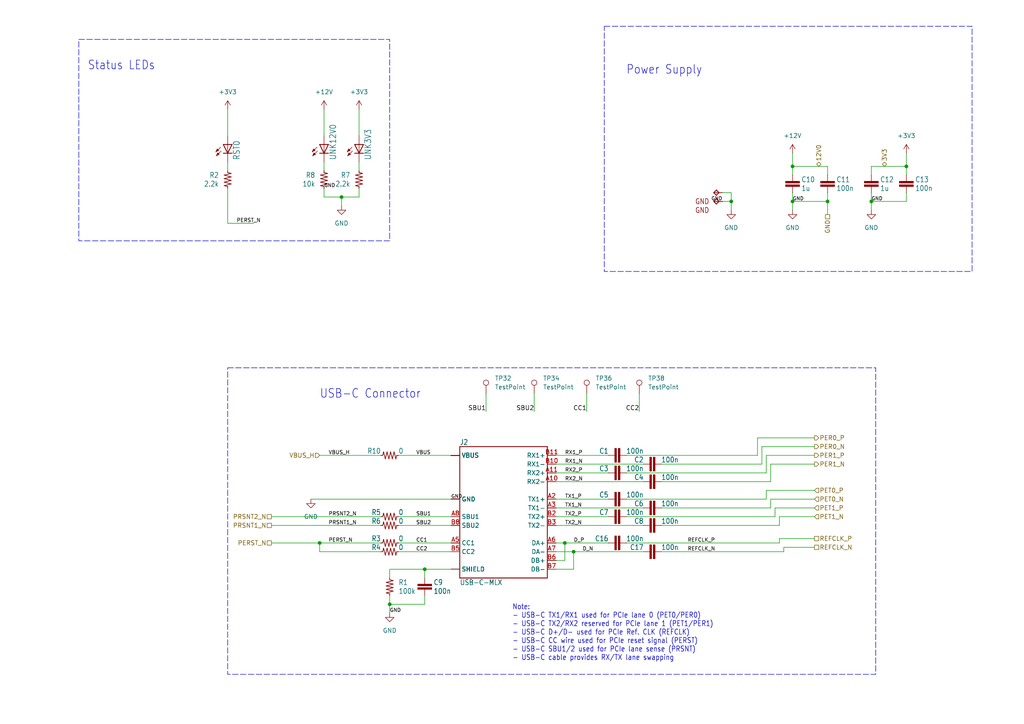
<source format=kicad_sch>
(kicad_sch (version 20230121) (generator eeschema)
  (paper "A4")
  (title_block (title "PCIE - USB-C Connector for Lane 1") (date "2023-08-18") (rev "v1"))
  (lib_symbols
    (symbol "Connector:TestPoint" (pin_numbers hide) (pin_names (offset 0.762) hide)
      (property "Reference" "TP" (at 0 6.858 0))
      (property "Value" "TestPoint" (at 0 5.08 0))
      (symbol "TestPoint_0_1"
        (circle (center 0 3.302) (radius 0.762))
      )
      (symbol "TestPoint_1_1"
        (pin passive line (at 0 0 90) (length 2.54) (name "1") (number "1"))
      )
    )
    (symbol "pcie2usbc-eagle-import:C-EUC0402"
      (property "Reference" "C" (at 2.54 1.27 0))
      (symbol "C-EUC0402_1_0"
        (rectangle (start -2.032 -0.762) (end 2.032 -0.254) (fill (type outline)))
        (rectangle (start -2.032 0.254) (end 2.032 0.762) (fill (type outline)))
        (polyline (pts (xy 0 -2.54) (xy 0 -0.762)) (stroke (width 0.1524)))
        (polyline (pts (xy 0 2.54) (xy 0 0.762)) (stroke (width 0.1524)))
        (pin passive line (at 0 2.54 270) (length 0) (name "1") (number "1"))
        (pin passive line (at 0 -2.54 90) (length 0) (name "2") (number "2"))
      )
    )
    (symbol "pcie2usbc-eagle-import:C-EUC0603K"
      (property "Reference" "C" (at 2.54 1.27 0))
      (symbol "C-EUC0603K_1_0"
        (rectangle (start -2.032 -0.762) (end 2.032 -0.254) (fill (type outline)))
        (rectangle (start -2.032 0.254) (end 2.032 0.762) (fill (type outline)))
        (polyline (pts (xy 0 -2.54) (xy 0 -0.762)) (stroke (width 0.1524)))
        (polyline (pts (xy 0 2.54) (xy 0 0.762)) (stroke (width 0.1524)))
        (pin passive line (at 0 2.54 270) (length 0) (name "1") (number "1"))
        (pin passive line (at 0 -2.54 90) (length 0) (name "2") (number "2"))
      )
    )
    (symbol "pcie2usbc-eagle-import:LEDSML0805"
      (property "Reference" "LED" (at 3.556 -4.572 90))
      (symbol "LEDSML0805_1_0"
        (polyline (pts (xy -2.032 -0.762) (xy -3.429 -2.159)) (stroke (width 0.1524)))
        (polyline (pts (xy -1.905 -1.905) (xy -3.302 -3.302)) (stroke (width 0.1524)))
        (polyline (pts (xy 0 -2.54) (xy -1.27 -2.54)) (stroke (width 0.254)))
        (polyline (pts (xy 0 -2.54) (xy -1.27 0)) (stroke (width 0.254)))
        (polyline (pts (xy 0 0) (xy -1.27 0)) (stroke (width 0.254)))
        (polyline (pts (xy 0 0) (xy 0 -2.54)) (stroke (width 0.1524)))
        (polyline (pts (xy 1.27 -2.54) (xy 0 -2.54)) (stroke (width 0.254)))
        (polyline (pts (xy 1.27 0) (xy 0 -2.54)) (stroke (width 0.254)))
        (polyline (pts (xy 1.27 0) (xy 0 0)) (stroke (width 0.254)))
        (polyline (pts (xy -3.429 -2.159) (xy -3.048 -1.27) (xy -2.54 -1.778)) (stroke (width 0.1524)) (fill (type outline)))
        (polyline (pts (xy -3.302 -3.302) (xy -2.921 -2.413) (xy -2.413 -2.921)) (stroke (width 0.1524)) (fill (type outline)))
        (pin passive line (at 0 2.54 270) (length 2.54) (name "A") (number "A"))
        (pin passive line (at 0 -5.08 90) (length 2.54) (name "C") (number "C"))
      )
    )
    (symbol "pcie2usbc-eagle-import:R-US_R0603"
      (property "Reference" "R" (at 2.54 1.27 0))
      (symbol "R-US_R0603_1_0"
        (polyline (pts (xy -1.016 -1.778) (xy 0 -2.032)) (stroke (width 0.2032)))
        (polyline (pts (xy -1.016 -0.762) (xy 1.016 -0.254)) (stroke (width 0.2032)))
        (polyline (pts (xy -1.016 0.254) (xy 1.016 0.762)) (stroke (width 0.2032)))
        (polyline (pts (xy -1.016 1.27) (xy 1.016 1.778)) (stroke (width 0.2032)))
        (polyline (pts (xy 0 -2.032) (xy 0 -2.54)) (stroke (width 0.2032)))
        (polyline (pts (xy 0 2.032) (xy 0 2.54)) (stroke (width 0.2032)))
        (polyline (pts (xy 1.016 -1.27) (xy -1.016 -1.778)) (stroke (width 0.2032)))
        (polyline (pts (xy 1.016 -1.27) (xy -1.016 -0.762)) (stroke (width 0.2032)))
        (polyline (pts (xy 1.016 -0.254) (xy -1.016 0.254)) (stroke (width 0.2032)))
        (polyline (pts (xy 1.016 0.762) (xy -1.016 1.27)) (stroke (width 0.2032)))
        (polyline (pts (xy 1.016 1.778) (xy 0 2.032)) (stroke (width 0.2032)))
        (pin passive line (at 0 -2.54 90) (length 0) (name "1") (number "1"))
        (pin passive line (at 0 2.54 270) (length 0) (name "2") (number "2"))
      )
    )
    (symbol "pcie2usbc-eagle-import:TPTP38X20"
      (property "Reference" "TP" (at -3.81 0 0))
      (symbol "TPTP38X20_1_0"
        (polyline (pts (xy -2.54 0) (xy -1.778 0.762)) (stroke (width 0.254)))
        (polyline (pts (xy -1.778 -0.762) (xy -2.54 0)) (stroke (width 0.254)))
        (polyline (pts (xy -1.778 0.762) (xy -1.016 0)) (stroke (width 0.254)))
        (polyline (pts (xy -1.016 0) (xy -1.778 -0.762)) (stroke (width 0.254)))
        (text "${TP_SIGNAL_NAME}" (at -3.81 -2.54 0) (effects (font (size 1.524 1.2954)) (justify right)))
        (pin bidirectional line (at 0 0 180) (length 2.54) (name "TP") (number "TP"))
      )
    )
    (symbol "pcie2usbc-eagle-import:USB-C-MLX"
      (property "Reference" "J" (at -12.7 19.05 0))
      (symbol "USB-C-MLX_1_0"
        (polyline (pts (xy -12.7 -20.32) (xy 12.7 -20.32)) (stroke (width 0.254)))
        (polyline (pts (xy -12.7 17.78) (xy -12.7 -20.32)) (stroke (width 0.254)))
        (polyline (pts (xy 12.7 -20.32) (xy 12.7 17.78)) (stroke (width 0.254)))
        (polyline (pts (xy 12.7 17.78) (xy -12.7 17.78)) (stroke (width 0.254)))
        (pin passive line (at -15.24 2.54 0) (length 2.54) (name "GND") (number "A1"))
        (pin passive line (at 15.24 7.62 180) (length 2.54) (name "RX2-") (number "A10"))
        (pin passive line (at 15.24 10.16 180) (length 2.54) (name "RX2+") (number "A11"))
        (pin passive line (at -15.24 2.54 0) (length 2.54) (name "GND") (number "A12"))
        (pin passive line (at 15.24 2.54 180) (length 2.54) (name "TX1+") (number "A2"))
        (pin passive line (at 15.24 0 180) (length 2.54) (name "TX1-") (number "A3"))
        (pin passive line (at -15.24 15.24 0) (length 2.54) (name "VBUS") (number "A4"))
        (pin passive line (at -15.24 -10.16 0) (length 2.54) (name "CC1") (number "A5"))
        (pin passive line (at 15.24 -10.16 180) (length 2.54) (name "DA+") (number "A6"))
        (pin passive line (at 15.24 -12.7 180) (length 2.54) (name "DA-") (number "A7"))
        (pin passive line (at -15.24 -2.54 0) (length 2.54) (name "SBU1") (number "A8"))
        (pin passive line (at -15.24 15.24 0) (length 2.54) (name "VBUS") (number "A9"))
        (pin passive line (at -15.24 2.54 0) (length 2.54) (name "GND") (number "B1"))
        (pin passive line (at 15.24 12.7 180) (length 2.54) (name "RX1-") (number "B10"))
        (pin passive line (at 15.24 15.24 180) (length 2.54) (name "RX1+") (number "B11"))
        (pin passive line (at -15.24 2.54 0) (length 2.54) (name "GND") (number "B12"))
        (pin passive line (at 15.24 -2.54 180) (length 2.54) (name "TX2+") (number "B2"))
        (pin passive line (at 15.24 -5.08 180) (length 2.54) (name "TX2-") (number "B3"))
        (pin passive line (at -15.24 15.24 0) (length 2.54) (name "VBUS") (number "B4"))
        (pin passive line (at -15.24 -12.7 0) (length 2.54) (name "CC2") (number "B5"))
        (pin passive line (at 15.24 -15.24 180) (length 2.54) (name "DB+") (number "B6"))
        (pin passive line (at 15.24 -17.78 180) (length 2.54) (name "DB-") (number "B7"))
        (pin passive line (at -15.24 -5.08 0) (length 2.54) (name "SBU2") (number "B8"))
        (pin passive line (at -15.24 15.24 0) (length 2.54) (name "VBUS") (number "B9"))
        (pin passive line (at -15.24 -17.78 0) (length 2.54) (name "SHIELD") (number "S1"))
        (pin passive line (at -15.24 -17.78 0) (length 2.54) (name "SHIELD") (number "S2"))
        (pin passive line (at -15.24 -17.78 0) (length 2.54) (name "SHIELD") (number "S3"))
        (pin passive line (at -15.24 -17.78 0) (length 2.54) (name "SHIELD") (number "S4"))
      )
    )
    (symbol "power:+12V" (power) (pin_names (offset 0))
      (property "Value" "+12V" (at 0 3.556 0))
      (symbol "+12V_0_1"
        (polyline (pts (xy -0.762 1.27) (xy 0 2.54)))
        (polyline (pts (xy 0 0) (xy 0 2.54)))
        (polyline (pts (xy 0 2.54) (xy 0.762 1.27)))
      )
      (symbol "+12V_1_1"
        (pin power_in line (at 0 0 90) (length 0) hide (name "+12V") (number "1"))
      )
    )
    (symbol "power:+3V3" (power) (pin_names (offset 0))
      (property "Value" "+3V3" (at 0 3.556 0))
      (symbol "+3V3_0_1"
        (polyline (pts (xy -0.762 1.27) (xy 0 2.54)))
        (polyline (pts (xy 0 0) (xy 0 2.54)))
        (polyline (pts (xy 0 2.54) (xy 0.762 1.27)))
      )
      (symbol "+3V3_1_1"
        (pin power_in line (at 0 0 90) (length 0) hide (name "+3V3") (number "1"))
      )
    )
    (symbol "power:GND" (power) (pin_names (offset 0))
      (property "Value" "GND" (at 0 -3.81 0))
      (symbol "GND_0_1"
        (polyline (pts (xy 0 0) (xy 0 -1.27) (xy 1.27 -1.27) (xy 0 -2.54) (xy -1.27 -1.27) (xy 0 -1.27)))
      )
      (symbol "GND_1_1"
        (pin power_in line (at 0 0 270) (length 0) hide (name "GND") (number "1"))
      )
    )
  )
  (junction (at 113.03 175.26))
  (junction (at 92.71 157.48))
  (junction (at 240.03 58.42))
  (junction (at 229.87 58.42))
  (junction (at 123.19 165.1))
  (junction (at 212.09 58.42))
  (junction (at 252.73 58.42))
  (junction (at 166.37 160.02))
  (junction (at 99.06 57.15))
  (junction (at 262.89 48.26))
  (junction (at 229.87 48.26))
  (junction (at 163.83 157.48))
  (wire (pts (xy 104.14 46.99) (xy 104.14 49.53)) (stroke (width 0.1524)))
  (wire (pts (xy 262.89 48.26) (xy 262.89 50.8)) (stroke (width 0.1524)))
  (wire (pts (xy 93.98 57.15) (xy 99.06 57.15)) (stroke (width 0.1524)))
  (wire (pts (xy 226.06 156.21) (xy 236.22 156.21)))
  (wire (pts (xy 229.87 48.26) (xy 240.03 48.26)) (stroke (width 0.1524)))
  (wire (pts (xy 161.29 137.16) (xy 176.53 137.16)) (stroke (width 0.1524)))
  (wire (pts (xy 110.49 160.02) (xy 92.71 160.02)) (stroke (width 0.1524)))
  (wire (pts (xy 240.03 48.26) (xy 240.03 50.8)) (stroke (width 0.1524)))
  (wire (pts (xy 110.49 132.08) (xy 92.71 132.08)) (stroke (width 0.1524)))
  (wire (pts (xy 163.83 157.48) (xy 176.53 157.48)) (stroke (width 0.1524)))
  (wire (pts (xy 222.25 132.08) (xy 236.22 132.08)))
  (wire (pts (xy 226.06 152.4) (xy 226.06 151.13)) (stroke (width 0.1524)))
  (wire (pts (xy 223.52 147.32) (xy 223.52 146.05)) (stroke (width 0.1524)))
  (wire (pts (xy 240.03 58.42) (xy 229.87 58.42)) (stroke (width 0.1524)))
  (wire (pts (xy 236.22 144.78) (xy 223.52 144.78)))
  (wire (pts (xy 229.87 58.42) (xy 229.87 60.96)) (stroke (width 0.1524)))
  (wire (pts (xy 161.29 147.32) (xy 186.69 147.32)) (stroke (width 0.1524)))
  (wire (pts (xy 92.71 157.48) (xy 110.49 157.48)) (stroke (width 0.1524)))
  (wire (pts (xy 262.89 55.88) (xy 262.89 58.42)) (stroke (width 0.1524)))
  (wire (pts (xy 115.57 157.48) (xy 130.81 157.48)) (stroke (width 0.1524)))
  (wire (pts (xy 166.37 165.1) (xy 161.29 165.1)) (stroke (width 0.1524)))
  (wire (pts (xy 78.74 149.86) (xy 110.49 149.86)) (stroke (width 0.1524)))
  (wire (pts (xy 226.06 157.48) (xy 226.06 156.21)) (stroke (width 0.1524)))
  (wire (pts (xy 181.61 137.16) (xy 222.25 137.16)) (stroke (width 0.1524)))
  (wire (pts (xy 123.19 165.1) (xy 113.03 165.1)) (stroke (width 0.1524)))
  (wire (pts (xy 252.73 48.26) (xy 262.89 48.26)) (stroke (width 0.1524)))
  (wire (pts (xy 191.77 160.02) (xy 227.33 160.02)) (stroke (width 0.1524)))
  (wire (pts (xy 240.03 58.42) (xy 240.03 62.23)))
  (wire (pts (xy 223.52 134.62) (xy 236.22 134.62)))
  (wire (pts (xy 229.87 58.42) (xy 229.87 55.88)) (stroke (width 0.1524)))
  (wire (pts (xy 227.33 158.75) (xy 236.22 158.75)))
  (wire (pts (xy 252.73 58.42) (xy 252.73 60.96)) (stroke (width 0.1524)))
  (wire (pts (xy 93.98 39.37) (xy 93.98 31.75)) (stroke (width 0.1524)))
  (wire (pts (xy 240.03 55.88) (xy 240.03 58.42)) (stroke (width 0.1524)))
  (wire (pts (xy 115.57 152.4) (xy 130.81 152.4)) (stroke (width 0.1524)))
  (wire (pts (xy 219.71 132.08) (xy 219.71 127)) (stroke (width 0.1524)))
  (wire (pts (xy 166.37 160.02) (xy 166.37 165.1)) (stroke (width 0.1524)))
  (wire (pts (xy 191.77 134.62) (xy 220.98 134.62)) (stroke (width 0.1524)))
  (wire (pts (xy 191.77 147.32) (xy 223.52 147.32)) (stroke (width 0.1524)))
  (wire (pts (xy 66.04 64.77) (xy 66.04 54.61)) (stroke (width 0.1524)))
  (wire (pts (xy 140.97 114.3) (xy 140.97 119.38)))
  (wire (pts (xy 212.09 55.88) (xy 209.55 55.88)) (stroke (width 0.1524)))
  (wire (pts (xy 73.66 64.77) (xy 66.04 64.77)) (stroke (width 0.1524)))
  (wire (pts (xy 78.74 152.4) (xy 110.49 152.4)) (stroke (width 0.1524)))
  (wire (pts (xy 93.98 54.61) (xy 93.98 57.15)) (stroke (width 0.1524)))
  (wire (pts (xy 220.98 129.54) (xy 236.22 129.54)))
  (wire (pts (xy 224.79 147.32) (xy 224.79 148.59)))
  (wire (pts (xy 66.04 46.99) (xy 66.04 49.53)) (stroke (width 0.1524)))
  (wire (pts (xy 123.19 165.1) (xy 123.19 167.64)) (stroke (width 0.1524)))
  (wire (pts (xy 185.42 114.3) (xy 185.42 119.38)))
  (wire (pts (xy 154.94 114.3) (xy 154.94 119.38)))
  (wire (pts (xy 115.57 149.86) (xy 130.81 149.86)) (stroke (width 0.1524)))
  (wire (pts (xy 262.89 44.45) (xy 262.89 48.26)))
  (wire (pts (xy 236.22 147.32) (xy 224.79 147.32)))
  (wire (pts (xy 130.81 132.08) (xy 115.57 132.08)) (stroke (width 0.1524)))
  (wire (pts (xy 181.61 157.48) (xy 226.06 157.48)) (stroke (width 0.1524)))
  (wire (pts (xy 113.03 165.1) (xy 113.03 167.64)) (stroke (width 0.1524)))
  (wire (pts (xy 163.83 162.56) (xy 161.29 162.56)) (stroke (width 0.1524)))
  (wire (pts (xy 223.52 139.7) (xy 223.52 134.62)) (stroke (width 0.1524)))
  (wire (pts (xy 115.57 160.02) (xy 130.81 160.02)) (stroke (width 0.1524)))
  (wire (pts (xy 99.06 57.15) (xy 104.14 57.15)) (stroke (width 0.1524)))
  (wire (pts (xy 104.14 39.37) (xy 104.14 31.75)) (stroke (width 0.1524)))
  (wire (pts (xy 161.29 132.08) (xy 176.53 132.08)) (stroke (width 0.1524)))
  (wire (pts (xy 161.29 160.02) (xy 166.37 160.02)) (stroke (width 0.1524)))
  (wire (pts (xy 191.77 152.4) (xy 226.06 152.4)) (stroke (width 0.1524)))
  (wire (pts (xy 66.04 39.37) (xy 66.04 31.75)) (stroke (width 0.1524)))
  (wire (pts (xy 166.37 160.02) (xy 186.69 160.02)) (stroke (width 0.1524)))
  (wire (pts (xy 252.73 58.42) (xy 252.73 55.88)) (stroke (width 0.1524)))
  (wire (pts (xy 130.81 144.78) (xy 90.17 144.78)) (stroke (width 0.1524)))
  (wire (pts (xy 161.29 149.86) (xy 176.53 149.86)) (stroke (width 0.1524)))
  (wire (pts (xy 212.09 58.42) (xy 212.09 60.96)) (stroke (width 0.1524)))
  (wire (pts (xy 223.52 144.78) (xy 223.52 146.05)))
  (wire (pts (xy 227.33 160.02) (xy 227.33 158.75)) (stroke (width 0.1524)))
  (wire (pts (xy 224.79 149.86) (xy 224.79 148.59)) (stroke (width 0.1524)))
  (wire (pts (xy 229.87 44.45) (xy 229.87 48.26)))
  (wire (pts (xy 170.18 114.3) (xy 170.18 119.38)))
  (wire (pts (xy 186.69 139.7) (xy 161.29 139.7)) (stroke (width 0.1524)))
  (wire (pts (xy 78.74 157.48) (xy 92.71 157.48)) (stroke (width 0.1524)))
  (wire (pts (xy 222.25 144.78) (xy 222.25 143.51)) (stroke (width 0.1524)))
  (wire (pts (xy 130.81 165.1) (xy 123.19 165.1)) (stroke (width 0.1524)))
  (wire (pts (xy 123.19 175.26) (xy 123.19 172.72)) (stroke (width 0.1524)))
  (wire (pts (xy 186.69 134.62) (xy 161.29 134.62)) (stroke (width 0.1524)))
  (wire (pts (xy 229.87 50.8) (xy 229.87 48.26)) (stroke (width 0.1524)))
  (wire (pts (xy 113.03 175.26) (xy 123.19 175.26)) (stroke (width 0.1524)))
  (wire (pts (xy 93.98 46.99) (xy 93.98 49.53)) (stroke (width 0.1524)))
  (wire (pts (xy 226.06 149.86) (xy 226.06 151.13)))
  (wire (pts (xy 181.61 132.08) (xy 219.71 132.08)) (stroke (width 0.1524)))
  (wire (pts (xy 222.25 137.16) (xy 222.25 132.08)) (stroke (width 0.1524)))
  (wire (pts (xy 161.29 144.78) (xy 176.53 144.78)) (stroke (width 0.1524)))
  (wire (pts (xy 236.22 149.86) (xy 226.06 149.86)))
  (wire (pts (xy 222.25 142.24) (xy 222.25 143.51)))
  (wire (pts (xy 163.83 157.48) (xy 163.83 162.56)) (stroke (width 0.1524)))
  (wire (pts (xy 209.55 58.42) (xy 212.09 58.42)) (stroke (width 0.1524)))
  (wire (pts (xy 262.89 58.42) (xy 252.73 58.42)) (stroke (width 0.1524)))
  (wire (pts (xy 236.22 142.24) (xy 222.25 142.24)))
  (wire (pts (xy 181.61 149.86) (xy 224.79 149.86)) (stroke (width 0.1524)))
  (wire (pts (xy 161.29 152.4) (xy 186.69 152.4)) (stroke (width 0.1524)))
  (wire (pts (xy 252.73 50.8) (xy 252.73 48.26)) (stroke (width 0.1524)))
  (wire (pts (xy 161.29 157.48) (xy 163.83 157.48)) (stroke (width 0.1524)))
  (wire (pts (xy 181.61 144.78) (xy 222.25 144.78)) (stroke (width 0.1524)))
  (wire (pts (xy 104.14 57.15) (xy 104.14 54.61)) (stroke (width 0.1524)))
  (wire (pts (xy 212.09 58.42) (xy 212.09 55.88)) (stroke (width 0.1524)))
  (wire (pts (xy 113.03 175.26) (xy 113.03 172.72)) (stroke (width 0.1524)))
  (wire (pts (xy 220.98 134.62) (xy 220.98 129.54)) (stroke (width 0.1524)))
  (wire (pts (xy 92.71 157.48) (xy 92.71 160.02)) (stroke (width 0.1524)))
  (wire (pts (xy 99.06 59.69) (xy 99.06 57.15)) (stroke (width 0.1524)))
  (wire (pts (xy 113.03 177.8) (xy 113.03 175.26)) (stroke (width 0.1524)))
  (wire (pts (xy 191.77 139.7) (xy 223.52 139.7)) (stroke (width 0.1524)))
  (wire (pts (xy 219.71 127) (xy 236.22 127)))
  (rectangle (start 175.26 7.62) (end 281.94 78.74) (stroke (width 0) (type dash)))
  (rectangle (start 66.04 106.68) (end 254 195.58) (stroke (width 0) (type dash)))
  (rectangle (start 22.86 11.43) (end 113.03 69.85) (stroke (width 0) (type dash)))
  (text "USB-C Connector" (at 92.71 114.3 0) (effects (font (size 2.54 2.159)) (justify left)))
  (text "Note:\n- USB-C TX1/RX1 used for PCIe lane 0 (PET0/PER0)\n- USB-C TX2/RX2 reserved for PCIe lane 1 (PET1/PER1)\n- USB-C D+/D- used for PCIe Ref. CLK (REFCLK)\n- USB-C CC wire used for PCIe reset signal (PERST)\n- USB-C SBU1/2 used for PCIe lane sense (PRSNT)\n- USB-C cable provides RX/TX lane swapping" (at 148.59 175.26 0) (effects (font (size 1.524 1.2954)) (justify left top)))
  (text "Status LEDs" (at 25.4 19.05 0) (effects (font (size 2.54 2.159)) (justify left)))
  (text "Power Supply" (at 181.61 20.32 0) (effects (font (size 2.54 2.159)) (justify left)))
  (label "CC2" (at 185.42 119.38 180))
  (label "RX1_P" (at 163.83 132.08 0) (effects (font (size 1.0668 1.0668))))
  (label "D_P" (at 166.37 157.48 0) (effects (font (size 1.0668 1.0668))))
  (label "SBU2" (at 154.94 119.38 180))
  (label "TX1_P" (at 163.83 144.78 0) (effects (font (size 1.0668 1.0668))))
  (label "TX2_N" (at 163.83 152.4 0) (effects (font (size 1.0668 1.0668))))
  (label "GND" (at 252.73 58.42 0) (effects (font (size 1.016 1.016))))
  (label "PERST_N" (at 95.25 157.48 0) (effects (font (size 1.0668 1.0668))))
  (label "CC2" (at 120.65 160.02 0) (effects (font (size 1.0668 1.0668))))
  (label "VBUS" (at 120.65 132.08 0) (effects (font (size 1.0668 1.0668))))
  (label "RX2_P" (at 163.83 137.16 0) (effects (font (size 1.0668 1.0668))))
  (label "SBU1" (at 120.65 149.86 0) (effects (font (size 1.0668 1.0668))))
  (label "VBUS_H" (at 95.25 132.08 0) (effects (font (size 1.0668 1.0668))))
  (label "TX2_P" (at 163.83 149.86 0) (effects (font (size 1.0668 1.0668))))
  (label "RX2_N" (at 163.83 139.7 0) (effects (font (size 1.0668 1.0668))))
  (label "PRSNT2_N" (at 95.25 149.86 0) (effects (font (size 1.0668 1.0668))))
  (label "GND" (at 229.87 58.42 0) (effects (font (size 1.016 1.016))))
  (label "REFCLK_P" (at 199.39 157.48 0) (effects (font (size 1.0668 1.0668))))
  (label "GND" (at 93.98 54.61 0) (effects (font (size 1.016 1.016))))
  (label "TX1_N" (at 163.83 147.32 0) (effects (font (size 1.0668 1.0668))))
  (label "PRSNT1_N" (at 95.25 152.4 0) (effects (font (size 1.0668 1.0668))))
  (label "GND" (at 113.03 177.8 0) (effects (font (size 1.016 1.016))))
  (label "CC1" (at 170.18 119.38 180))
  (label "SBU2" (at 120.65 152.4 0) (effects (font (size 1.0668 1.0668))))
  (label "SBU1" (at 140.97 119.38 180))
  (label "PERST_N" (at 68.58 64.77 0) (effects (font (size 1.0668 1.0668))))
  (label "D_N" (at 168.91 160.02 0) (effects (font (size 1.0668 1.0668))))
  (label "CC1" (at 120.65 157.48 0) (effects (font (size 1.0668 1.0668))))
  (label "RX1_N" (at 163.83 134.62 0) (effects (font (size 1.0668 1.0668))))
  (label "GND" (at 130.81 144.78 0) (effects (font (size 1.016 1.016))))
  (label "REFCLK_N" (at 199.39 160.02 0) (effects (font (size 1.0668 1.0668))))
  (label "GND" (at 209.55 58.42 180) (effects (font (size 1.016 1.016))))
  (hierarchical_label "PET0_P" (shape input) (at 236.22 142.24 0))
  (hierarchical_label "PRSNT1_N" (shape passive) (at 78.74 152.4 180))
  (hierarchical_label "VBUS_H" (shape input) (at 92.71 132.08 180))
  (hierarchical_label "PET1_P" (shape input) (at 236.22 147.32 0))
  (hierarchical_label "PER1_N" (shape output) (at 236.22 134.62 0))
  (hierarchical_label "PER0_N" (shape output) (at 236.22 129.54 0))
  (hierarchical_label "PERST_N" (shape passive) (at 78.74 157.48 180))
  (hierarchical_label "REFCLK_P" (shape passive) (at 236.22 156.21 0))
  (hierarchical_label "GND" (shape passive) (at 240.03 62.23 270))
  (hierarchical_label "PER0_P" (shape output) (at 236.22 127 0))
  (hierarchical_label "PET1_N" (shape input) (at 236.22 149.86 0))
  (hierarchical_label "REFCLK_N" (shape passive) (at 236.22 158.75 0))
  (hierarchical_label "3V3" (shape bidirectional) (at 256.54 48.26 90))
  (hierarchical_label "PRSNT2_N" (shape passive) (at 78.74 149.86 180))
  (hierarchical_label "PER1_P" (shape output) (at 236.22 132.08 0))
  (hierarchical_label "12V0" (shape bidirectional) (at 237.49 48.26 90))
  (hierarchical_label "PET0_N" (shape input) (at 236.22 144.78 0))
  (symbol (lib_id "pcie2usbc-eagle-import:C-EUC0402") (at 179.07 137.16 90) (unit 1)
    (property "Reference" "C3" (at 176.53 135.89 90) (effects (font (size 1.524 1.2954)) (justify left)))
    (property "Value" "100n" (at 181.61 135.89 90) (effects (font (size 1.524 1.2954)) (justify right)))
    (property "Footprint" "pcie2usbc:C0402" (effects hide))
    (instances (project "pcie2usbc" (path "" (reference "C3") (unit 1)) (path "" (reference "C3") (unit 1)) (path "" (reference "C18") (unit 1))))
  )
  (symbol (lib_id "power:GND") (at 90.17 144.78 0) (unit 1)
    (property "Reference" "#PWR07" (effects hide))
    (property "Value" "GND" (at 90.17 149.86 0))
    (instances (project "pcie2usbc" (path "" (reference "#PWR07") (unit 1)) (path "" (reference "#PWR012") (unit 1))))
  )
  (symbol (lib_id "pcie2usbc-eagle-import:C-EUC0402") (at 189.23 152.4 90) (unit 1)
    (property "Reference" "C8" (at 186.69 151.13 90) (effects (font (size 1.524 1.2954)) (justify left)))
    (property "Value" "100n" (at 191.77 151.13 90) (effects (font (size 1.524 1.2954)) (justify right)))
    (property "Footprint" "pcie2usbc:C0402" (effects hide))
    (instances (project "pcie2usbc" (path "" (reference "C8") (unit 1)) (path "" (reference "C14") (unit 1)) (path "" (reference "C25") (unit 1))))
  )
  (symbol (lib_id "pcie2usbc-eagle-import:LEDSML0805") (at 66.04 41.91 0) (unit 1)
    (property "Reference" "RST0" (at 69.596 46.482 90) (effects (font (size 1.778 1.5113)) (justify left bottom)))
    (property "Value" "LEDSML0805" (effects hide))
    (property "Footprint" "pcie2usbc:SML0805" (effects hide))
    (instances (project "pcie2usbc" (path "" (reference "RST0") (unit 1)) (path "" (reference "RST1") (unit 1)) (path "" (reference "RST2") (unit 1))))
  )
  (symbol (lib_id "pcie2usbc-eagle-import:C-EUC0402") (at 179.07 149.86 90) (unit 1)
    (property "Reference" "C7" (at 176.53 148.59 90) (effects (font (size 1.524 1.2954)) (justify left)))
    (property "Value" "100n" (at 181.61 148.59 90) (effects (font (size 1.524 1.2954)) (justify right)))
    (property "Footprint" "pcie2usbc:C0402" (effects hide))
    (instances (project "pcie2usbc" (path "" (reference "C7") (unit 1)) (path "" (reference "C5") (unit 1)) (path "" (reference "C20") (unit 1))))
  )
  (symbol (lib_id "pcie2usbc-eagle-import:LEDSML0805") (at 93.98 41.91 0) (unit 1)
    (property "Reference" "UNK12V0" (at 97.536 46.482 90) (effects (font (size 1.778 1.5113)) (justify left bottom)))
    (property "Value" "LEDSML0805" (effects hide))
    (property "Footprint" "pcie2usbc:SML0805" (effects hide))
    (instances (project "pcie2usbc" (path "" (reference "UNK12V0") (unit 1)) (path "" (reference "UNK12V1") (unit 1)) (path "" (reference "UNK12V2") (unit 1))))
  )
  (symbol (lib_id "Connector:TestPoint") (at 154.94 114.3 0) (unit 1)
    (property "Reference" "TP34" (at 157.48 109.728 0) (effects (justify left)))
    (property "Value" "TestPoint" (at 157.48 112.268 0) (effects (justify left)))
    (property "Footprint" "TestPoint:TestPoint_Pad_D2.0mm" (effects hide))
    (instances (project "pcie2usbc" (path "" (reference "TP34") (unit 1)) (path "" (reference "TP33") (unit 1))))
  )
  (symbol (lib_id "pcie2usbc-eagle-import:C-EUC0402") (at 189.23 147.32 90) (unit 1)
    (property "Reference" "C6" (at 186.69 146.05 90) (effects (font (size 1.524 1.2954)) (justify left)))
    (property "Value" "100n" (at 191.77 146.05 90) (effects (font (size 1.524 1.2954)) (justify right)))
    (property "Footprint" "pcie2usbc:C0402" (effects hide))
    (instances (project "pcie2usbc" (path "" (reference "C6") (unit 1)) (path "" (reference "C9") (unit 1)) (path "" (reference "C24") (unit 1))))
  )
  (symbol (lib_id "Connector:TestPoint") (at 140.97 114.3 0) (unit 1)
    (property "Reference" "TP32" (at 143.51 109.728 0) (effects (justify left)))
    (property "Value" "TestPoint" (at 143.51 112.268 0) (effects (justify left)))
    (property "Footprint" "TestPoint:TestPoint_Pad_D2.0mm" (effects hide))
    (instances (project "pcie2usbc" (path "" (reference "TP32") (unit 1)) (path "" (reference "TP31") (unit 1))))
  )
  (symbol (lib_id "pcie2usbc-eagle-import:TPTP38X20") (at 209.55 58.42 0) (unit 1)
    (property "Reference" "TP10" (effects hide))
    (property "Value" "TPTP38X20" (effects hide))
    (property "Footprint" "pcie2usbc:TP38X20" (effects hide))
    (property "TP_SIGNAL_NAME" "GND" (effects hide))
    (instances (project "pcie2usbc" (path "" (reference "TP10") (unit 1)) (path "" (reference "TP13") (unit 1)) (path "" (reference "TP30") (unit 1))))
  )
  (symbol (lib_id "power:+12V") (at 93.98 31.75 0) (unit 1)
    (property "Reference" "#PWR030" (effects hide))
    (property "Value" "+12V" (at 93.98 26.67 0))
    (instances (project "pcie2usbc" (path "" (reference "#PWR030") (unit 1)) (path "" (reference "#PWR031") (unit 1))))
  )
  (symbol (lib_id "pcie2usbc-eagle-import:R-US_R0603") (at 113.03 149.86 270) (unit 1)
    (property "Reference" "R5" (at 110.49 148.59 90) (effects (font (size 1.524 1.2954)) (justify right)))
    (property "Value" "0" (at 115.57 148.59 90) (effects (font (size 1.524 1.2954)) (justify left)))
    (property "Footprint" "pcie2usbc:R0603" (effects hide))
    (instances (project "pcie2usbc" (path "" (reference "R5") (unit 1)) (path "" (reference "R3") (unit 1)) (path "" (reference "R18") (unit 1))))
  )
  (symbol (lib_id "power:+3V3") (at 262.89 44.45 0) (unit 1)
    (property "Reference" "#PWR022" (effects hide))
    (property "Value" "+3V3" (at 262.89 39.37 0))
    (instances (project "pcie2usbc" (path "" (reference "#PWR022") (unit 1)) (path "" (reference "#PWR023") (unit 1))))
  )
  (symbol (lib_id "pcie2usbc-eagle-import:R-US_R0603") (at 113.03 132.08 270) (unit 1)
    (property "Reference" "R10" (at 110.49 130.81 90) (effects (font (size 1.524 1.2954)) (justify right)))
    (property "Value" "0" (at 115.57 130.81 90) (effects (font (size 1.524 1.2954)) (justify left)))
    (property "Footprint" "pcie2usbc:R0603" (effects hide))
    (instances (project "pcie2usbc" (path "" (reference "R10") (unit 1)) (path "" (reference "R1") (unit 1)) (path "" (reference "R17") (unit 1))))
  )
  (symbol (lib_id "pcie2usbc-eagle-import:R-US_R0603") (at 113.03 152.4 270) (unit 1)
    (property "Reference" "R6" (at 110.49 151.13 90) (effects (font (size 1.524 1.2954)) (justify right)))
    (property "Value" "0" (at 115.57 151.13 90) (effects (font (size 1.524 1.2954)) (justify left)))
    (property "Footprint" "pcie2usbc:R0603" (effects hide))
    (instances (project "pcie2usbc" (path "" (reference "R6") (unit 1)) (path "" (reference "R4") (unit 1)) (path "" (reference "R19") (unit 1))))
  )
  (symbol (lib_id "power:GND") (at 99.06 59.69 0) (unit 1)
    (property "Reference" "#PWR06" (effects hide))
    (property "Value" "GND" (at 99.06 64.77 0))
    (instances (project "pcie2usbc" (path "" (reference "#PWR06") (unit 1)) (path "" (reference "#PWR06") (unit 1)) (path "" (reference "#PWR013") (unit 1))))
  )
  (symbol (lib_id "power:+3V3") (at 104.14 31.75 0) (unit 1)
    (property "Reference" "#PWR024" (effects hide))
    (property "Value" "+3V3" (at 104.14 26.67 0))
    (instances (project "pcie2usbc" (path "" (reference "#PWR024") (unit 1)) (path "" (reference "#PWR025") (unit 1))))
  )
  (symbol (lib_id "pcie2usbc-eagle-import:C-EUC0603K") (at 123.19 170.18 0) (unit 1)
    (property "Reference" "C9" (at 125.73 168.91 0) (effects (font (size 1.524 1.2954)) (justify left)))
    (property "Value" "100n" (at 125.73 171.45 0) (effects (font (size 1.524 1.2954)) (justify left)))
    (property "Footprint" "pcie2usbc:C0603K" (effects hide))
    (property "DESCRIPTION" "CAP CER 0.1UF 25V X7R 0603" (effects hide))
    (property "MFG" "Yageo" (effects hide))
    (property "MPN" "CC0603KRX7R8BB104" (effects hide))
    (property "PN-DK" "311-1341-1-ND" (effects hide))
    (instances (project "pcie2usbc" (path "" (reference "C9") (unit 1)) (path "" (reference "C1") (unit 1)) (path "" (reference "C16") (unit 1))))
  )
  (symbol (lib_id "pcie2usbc-eagle-import:R-US_R0603") (at 104.14 52.07 0) (unit 1)
    (property "Reference" "R7" (at 101.6 50.8 0) (effects (font (size 1.524 1.2954)) (justify right)))
    (property "Value" "2.2k" (at 101.6 53.34 0) (effects (font (size 1.524 1.2954)) (justify right)))
    (property "Footprint" "pcie2usbc:R0603" (effects hide))
    (instances (project "pcie2usbc" (path "" (reference "R7") (unit 1)) (path "" (reference "R8") (unit 1)) (path "" (reference "R15") (unit 1))))
  )
  (symbol (lib_id "pcie2usbc-eagle-import:R-US_R0603") (at 113.03 170.18 0) (unit 1)
    (property "Reference" "R1" (at 115.57 168.91 0) (effects (font (size 1.524 1.2954)) (justify left)))
    (property "Value" "100k" (at 115.57 171.45 0) (effects (font (size 1.524 1.2954)) (justify left)))
    (property "Footprint" "pcie2usbc:R0603" (effects hide))
    (property "DESCRIPTION" "RES SMD 100K OHM 1% 1/10W 0603" (effects hide))
    (property "MFG" "Yageo" (effects hide))
    (property "MPN" "RC0603FR-07100KL" (effects hide))
    (property "PN-DK" "311-100KHRCT-ND" (effects hide))
    (instances (project "pcie2usbc" (path "" (reference "R1") (unit 1)) (path "" (reference "R9") (unit 1)) (path "" (reference "R22") (unit 1))))
  )
  (symbol (lib_id "pcie2usbc-eagle-import:C-EUC0603K") (at 240.03 53.34 0) (unit 1)
    (property "Reference" "C11" (at 242.57 52.07 0) (effects (font (size 1.524 1.2954)) (justify left)))
    (property "Value" "100n" (at 242.57 54.61 0) (effects (font (size 1.524 1.2954)) (justify left)))
    (property "Footprint" "pcie2usbc:C0603K" (effects hide))
    (property "DESCRIPTION" "CAP CER 0.1UF 25V X7R 0603" (effects hide))
    (property "MFG" "Yageo" (effects hide))
    (property "MPN" "CC0603KRX7R8BB104" (effects hide))
    (property "PN-DK" "311-1341-1-ND" (effects hide))
    (instances (project "pcie2usbc" (path "" (reference "C11") (unit 1)) (path "" (reference "C11") (unit 1)) (path "" (reference "C28") (unit 1))))
  )
  (symbol (lib_id "power:GND") (at 113.03 177.8 0) (unit 1)
    (property "Reference" "#PWR08" (effects hide))
    (property "Value" "GND" (at 113.03 182.88 0))
    (instances (project "pcie2usbc" (path "" (reference "#PWR08") (unit 1)) (path "" (reference "#PWR014") (unit 1))))
  )
  (symbol (lib_id "pcie2usbc-eagle-import:C-EUC0603K") (at 252.73 53.34 0) (unit 1)
    (property "Reference" "C12" (at 255.27 52.07 0) (effects (font (size 1.524 1.2954)) (justify left)))
    (property "Value" "1u" (at 255.27 54.61 0) (effects (font (size 1.524 1.2954)) (justify left)))
    (property "Footprint" "pcie2usbc:C0603K" (effects hide))
    (property "DESCRIPTION" "CAP CER 0.1UF 25V X7R 0603" (effects hide))
    (property "MFG" "Yageo" (effects hide))
    (property "MPN" "CC0603KRX7R8BB104" (effects hide))
    (property "PN-DK" "311-1341-1-ND" (effects hide))
    (instances (project "pcie2usbc" (path "" (reference "C12") (unit 1)) (path "" (reference "C12") (unit 1)) (path "" (reference "C29") (unit 1))))
  )
  (symbol (lib_id "pcie2usbc-eagle-import:TPTP38X20") (at 209.55 55.88 0) (unit 1)
    (property "Reference" "TP13" (effects hide))
    (property "Value" "TPTP38X20" (effects hide))
    (property "Footprint" "pcie2usbc:TP38X20" (effects hide))
    (property "TP_SIGNAL_NAME" "GND" (effects hide))
    (instances (project "pcie2usbc" (path "" (reference "TP13") (unit 1)) (path "" (reference "TP10") (unit 1)) (path "" (reference "TP29") (unit 1))))
  )
  (symbol (lib_id "pcie2usbc-eagle-import:USB-C-MLX") (at 146.05 147.32 0) (unit 1)
    (property "Reference" "J2" (at 133.35 128.27 0) (effects (font (size 1.524 1.2954)) (justify left)))
    (property "Value" "USB-C-MLX" (at 133.35 168.91 0) (effects (font (size 1.524 1.2954)) (justify left)))
    (property "Footprint" "pcie2usbc:MOLEX_105450-0101" (effects hide))
    (instances (project "pcie2usbc" (path "" (reference "J2") (unit 1)) (path "" (reference "J2") (unit 1)) (path "" (reference "J5") (unit 1))))
  )
  (symbol (lib_id "power:GND") (at 212.09 60.96 0) (unit 1)
    (property "Reference" "#PWR03" (effects hide))
    (property "Value" "GND" (at 212.09 66.04 0))
    (instances (project "pcie2usbc" (path "" (reference "#PWR03") (unit 1)) (path "" (reference "#PWR03") (unit 1)) (path "" (reference "#PWR015") (unit 1))))
  )
  (symbol (lib_id "pcie2usbc-eagle-import:C-EUC0603K") (at 262.89 53.34 0) (unit 1)
    (property "Reference" "C13" (at 265.43 52.07 0) (effects (font (size 1.524 1.2954)) (justify left)))
    (property "Value" "100n" (at 265.43 54.61 0) (effects (font (size 1.524 1.2954)) (justify left)))
    (property "Footprint" "pcie2usbc:C0603K" (effects hide))
    (property "DESCRIPTION" "CAP CER 0.1UF 25V X7R 0603" (effects hide))
    (property "MFG" "Yageo" (effects hide))
    (property "MPN" "CC0603KRX7R8BB104" (effects hide))
    (property "PN-DK" "311-1341-1-ND" (effects hide))
    (instances (project "pcie2usbc" (path "" (reference "C13") (unit 1)) (path "" (reference "C13") (unit 1)) (path "" (reference "C30") (unit 1))))
  )
  (symbol (lib_id "power:GND") (at 252.73 60.96 0) (unit 1)
    (property "Reference" "#PWR05" (effects hide))
    (property "Value" "GND" (at 252.73 66.04 0))
    (instances (project "pcie2usbc" (path "" (reference "#PWR05") (unit 1)) (path "" (reference "#PWR05") (unit 1)) (path "" (reference "#PWR017") (unit 1))))
  )
  (symbol (lib_id "pcie2usbc-eagle-import:LEDSML0805") (at 104.14 41.91 0) (unit 1)
    (property "Reference" "UNK3V3" (at 107.696 46.482 90) (effects (font (size 1.778 1.5113)) (justify left bottom)))
    (property "Value" "LEDSML0805" (effects hide))
    (property "Footprint" "pcie2usbc:SML0805" (effects hide))
    (instances (project "pcie2usbc" (path "" (reference "UNK3V3") (unit 1)) (path "" (reference "UNK3V1") (unit 1)) (path "" (reference "UNK3V2") (unit 1))))
  )
  (symbol (lib_id "power:+3V3") (at 66.04 31.75 0) (unit 1)
    (property "Reference" "#PWR026" (effects hide))
    (property "Value" "+3V3" (at 66.04 26.67 0))
    (instances (project "pcie2usbc" (path "" (reference "#PWR026") (unit 1)) (path "" (reference "#PWR027") (unit 1))))
  )
  (symbol (lib_id "pcie2usbc-eagle-import:R-US_R0603") (at 93.98 52.07 0) (unit 1)
    (property "Reference" "R8" (at 91.44 50.8 0) (effects (font (size 1.524 1.2954)) (justify right)))
    (property "Value" "10k" (at 91.44 53.34 0) (effects (font (size 1.524 1.2954)) (justify right)))
    (property "Footprint" "pcie2usbc:R0603" (effects hide))
    (instances (project "pcie2usbc" (path "" (reference "R8") (unit 1)) (path "" (reference "R7") (unit 1)) (path "" (reference "R14") (unit 1))))
  )
  (symbol (lib_id "Connector:TestPoint") (at 185.42 114.3 0) (unit 1)
    (property "Reference" "TP38" (at 187.96 109.728 0) (effects (justify left)))
    (property "Value" "TestPoint" (at 187.96 112.268 0) (effects (justify left)))
    (property "Footprint" "TestPoint:TestPoint_Pad_D2.0mm" (effects hide))
    (instances (project "pcie2usbc" (path "" (reference "TP38") (unit 1)) (path "" (reference "TP37") (unit 1))))
  )
  (symbol (lib_id "power:+12V") (at 229.87 44.45 0) (unit 1)
    (property "Reference" "#PWR028" (effects hide))
    (property "Value" "+12V" (at 229.87 39.37 0))
    (instances (project "pcie2usbc" (path "" (reference "#PWR028") (unit 1)) (path "" (reference "#PWR029") (unit 1))))
  )
  (symbol (lib_id "pcie2usbc-eagle-import:C-EUC0402") (at 189.23 160.02 90) (unit 1)
    (property "Reference" "C17" (at 186.69 158.75 90) (effects (font (size 1.524 1.2954)) (justify left)))
    (property "Value" "100n" (at 191.77 158.75 90) (effects (font (size 1.524 1.2954)) (justify right)))
    (property "Footprint" "pcie2usbc:C0402" (effects hide))
    (instances (project "pcie2usbc" (path "" (reference "C17") (unit 1)) (path "" (reference "C15") (unit 1)) (path "" (reference "C26") (unit 1))))
  )
  (symbol (lib_id "pcie2usbc-eagle-import:C-EUC0402") (at 179.07 157.48 90) (unit 1)
    (property "Reference" "C16" (at 176.53 156.21 90) (effects (font (size 1.524 1.2954)) (justify left)))
    (property "Value" "100n" (at 181.61 156.21 90) (effects (font (size 1.524 1.2954)) (justify right)))
    (property "Footprint" "pcie2usbc:C0402" (effects hide))
    (instances (project "pcie2usbc" (path "" (reference "C16") (unit 1)) (path "" (reference "C6") (unit 1)) (path "" (reference "C21") (unit 1))))
  )
  (symbol (lib_id "Connector:TestPoint") (at 170.18 114.3 0) (unit 1)
    (property "Reference" "TP36" (at 172.72 109.728 0) (effects (justify left)))
    (property "Value" "TestPoint" (at 172.72 112.268 0) (effects (justify left)))
    (property "Footprint" "TestPoint:TestPoint_Pad_D2.0mm" (effects hide))
    (instances (project "pcie2usbc" (path "" (reference "TP36") (unit 1)) (path "" (reference "TP35") (unit 1))))
  )
  (symbol (lib_id "pcie2usbc-eagle-import:C-EUC0402") (at 179.07 132.08 90) (unit 1)
    (property "Reference" "C1" (at 176.53 130.81 90) (effects (font (size 1.524 1.2954)) (justify left)))
    (property "Value" "100n" (at 181.61 130.81 90) (effects (font (size 1.524 1.2954)) (justify right)))
    (property "Footprint" "pcie2usbc:C0402" (effects hide))
    (instances (project "pcie2usbc" (path "" (reference "C1") (unit 1)) (path "" (reference "C2") (unit 1)) (path "" (reference "C17") (unit 1))))
  )
  (symbol (lib_id "pcie2usbc-eagle-import:C-EUC0603K") (at 229.87 53.34 0) (unit 1)
    (property "Reference" "C10" (at 232.41 52.07 0) (effects (font (size 1.524 1.2954)) (justify left)))
    (property "Value" "1u" (at 232.41 54.61 0) (effects (font (size 1.524 1.2954)) (justify left)))
    (property "Footprint" "pcie2usbc:C0603K" (effects hide))
    (property "DESCRIPTION" "CAP CER 0.1UF 25V X7R 0603" (effects hide))
    (property "MFG" "Yageo" (effects hide))
    (property "MPN" "CC0603KRX7R8BB104" (effects hide))
    (property "PN-DK" "311-1341-1-ND" (effects hide))
    (instances (project "pcie2usbc" (path "" (reference "C10") (unit 1)) (path "" (reference "C10") (unit 1)) (path "" (reference "C27") (unit 1))))
  )
  (symbol (lib_id "pcie2usbc-eagle-import:C-EUC0402") (at 189.23 134.62 90) (unit 1)
    (property "Reference" "C2" (at 186.69 133.35 90) (effects (font (size 1.524 1.2954)) (justify left)))
    (property "Value" "100n" (at 191.77 133.35 90) (effects (font (size 1.524 1.2954)) (justify right)))
    (property "Footprint" "pcie2usbc:C0402" (effects hide))
    (instances (project "pcie2usbc" (path "" (reference "C2") (unit 1)) (path "" (reference "C7") (unit 1)) (path "" (reference "C22") (unit 1))))
  )
  (symbol (lib_id "pcie2usbc-eagle-import:R-US_R0603") (at 113.03 160.02 90) (unit 1)
    (property "Reference" "R4" (at 110.49 158.75 90) (effects (font (size 1.524 1.2954)) (justify left)))
    (property "Value" "0" (at 115.57 158.75 90) (effects (font (size 1.524 1.2954)) (justify right)))
    (property "Footprint" "pcie2usbc:R0603" (effects hide))
    (instances (project "pcie2usbc" (path "" (reference "R4") (unit 1)) (path "" (reference "R6") (unit 1)) (path "" (reference "R21") (unit 1))))
  )
  (symbol (lib_id "pcie2usbc-eagle-import:R-US_R0603") (at 113.03 157.48 270) (unit 1)
    (property "Reference" "R3" (at 110.49 156.21 90) (effects (font (size 1.524 1.2954)) (justify right)))
    (property "Value" "0" (at 115.57 156.21 90) (effects (font (size 1.524 1.2954)) (justify left)))
    (property "Footprint" "pcie2usbc:R0603" (effects hide))
    (instances (project "pcie2usbc" (path "" (reference "R3") (unit 1)) (path "" (reference "R5") (unit 1)) (path "" (reference "R20") (unit 1))))
  )
  (symbol (lib_id "pcie2usbc-eagle-import:C-EUC0402") (at 179.07 144.78 90) (unit 1)
    (property "Reference" "C5" (at 176.53 143.51 90) (effects (font (size 1.524 1.2954)) (justify left)))
    (property "Value" "100n" (at 181.61 143.51 90) (effects (font (size 1.524 1.2954)) (justify right)))
    (property "Footprint" "pcie2usbc:C0402" (effects hide))
    (instances (project "pcie2usbc" (path "" (reference "C5") (unit 1)) (path "" (reference "C4") (unit 1)) (path "" (reference "C19") (unit 1))))
  )
  (symbol (lib_id "power:GND") (at 229.87 60.96 0) (unit 1)
    (property "Reference" "#PWR04" (effects hide))
    (property "Value" "GND" (at 229.87 66.04 0))
    (instances (project "pcie2usbc" (path "" (reference "#PWR04") (unit 1)) (path "" (reference "#PWR04") (unit 1)) (path "" (reference "#PWR016") (unit 1))))
  )
  (symbol (lib_id "pcie2usbc-eagle-import:C-EUC0402") (at 189.23 139.7 90) (unit 1)
    (property "Reference" "C4" (at 186.69 138.43 90) (effects (font (size 1.524 1.2954)) (justify left)))
    (property "Value" "100n" (at 191.77 138.43 90) (effects (font (size 1.524 1.2954)) (justify right)))
    (property "Footprint" "pcie2usbc:C0402" (effects hide))
    (instances (project "pcie2usbc" (path "" (reference "C4") (unit 1)) (path "" (reference "C8") (unit 1)) (path "" (reference "C23") (unit 1))))
  )
  (symbol (lib_id "pcie2usbc-eagle-import:R-US_R0603") (at 66.04 52.07 0) (unit 1)
    (property "Reference" "R2" (at 63.5 50.8 0) (effects (font (size 1.524 1.2954)) (justify right)))
    (property "Value" "2.2k" (at 63.5 53.34 0) (effects (font (size 1.524 1.2954)) (justify right)))
    (property "Footprint" "pcie2usbc:R0603" (effects hide))
    (instances (project "pcie2usbc" (path "" (reference "R2") (unit 1)) (path "" (reference "R2") (unit 1)) (path "" (reference "R13") (unit 1))))
  )
)
</source>
